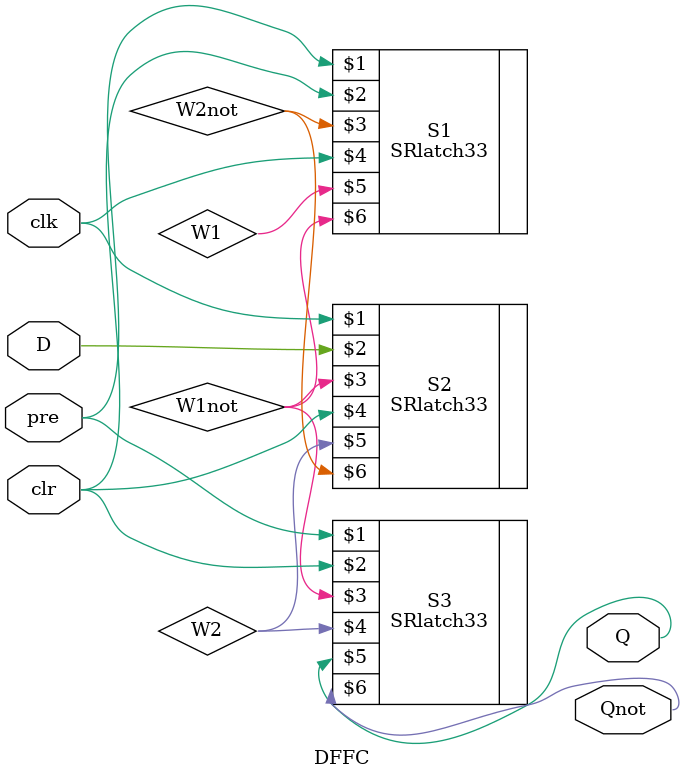
<source format=v>
 `timescale 1ns/1ns
module DFFC(input D, clk, clr, pre, output Q, Qnot);
	wire W1, W1not, W2, W2not;
	SRlatch33 S1(pre, clr, W2not, clk, W1, W1not);
	SRlatch33 S2(clk, D, W1not, clr, W2, W2not);
	SRlatch33 S3(pre, clr, W1not, W2, Q, Qnot);
endmodule
</source>
